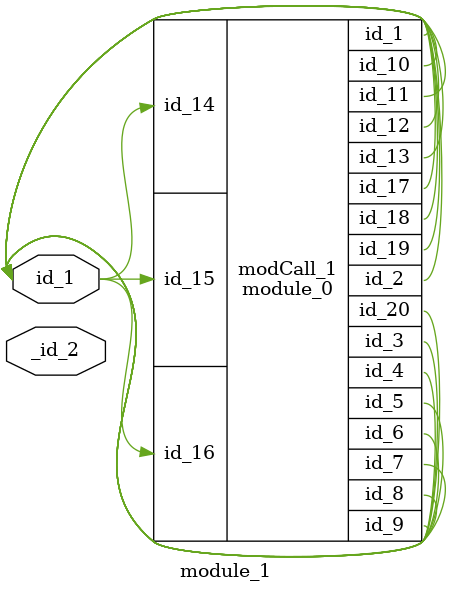
<source format=v>
module module_0 (
    id_1,
    id_2,
    id_3,
    id_4,
    id_5,
    id_6,
    id_7,
    id_8,
    id_9,
    id_10,
    id_11,
    id_12,
    id_13,
    id_14,
    id_15,
    id_16,
    id_17,
    id_18,
    id_19,
    id_20
);
  output wire id_20;
  inout wire id_19;
  output wire id_18;
  inout wire id_17;
  input wire id_16;
  input wire id_15;
  input wire id_14;
  output wire id_13;
  output wire id_12;
  output wire id_11;
  output wire id_10;
  output wire id_9;
  output wire id_8;
  output wire id_7;
  inout wire id_6;
  output wire id_5;
  output wire id_4;
  output wire id_3;
  output wire id_2;
  output wire id_1;
  wire id_21;
endmodule
module module_1 #(
    parameter id_2 = 32'd67
) (
    id_1,
    _id_2
);
  inout wire _id_2;
  inout wire id_1;
  module_0 modCall_1 (
      id_1,
      id_1,
      id_1,
      id_1,
      id_1,
      id_1,
      id_1,
      id_1,
      id_1,
      id_1,
      id_1,
      id_1,
      id_1,
      id_1,
      id_1,
      id_1,
      id_1,
      id_1,
      id_1,
      id_1
  );
  wire  [  1  :  id_2  ]  id_3  ,  id_4  ,  id_5  ,  id_6  ,  id_7  ,  id_8  ,  id_9  ,  id_10  ,  id_11  ,  id_12  ,  id_13  ,  id_14  ,  id_15  ,  id_16  ,  id_17  ,  id_18  ,  id_19  ,  id_20  ,  id_21  ,  id_22  ,  id_23  ,  id_24  ,  id_25  ,  id_26  ,  id_27  ,  id_28  ,  id_29  ,  id_30  ,  id_31  ,  id_32  ,  id_33  ,  id_34  ,  id_35  ,  id_36  ,  id_37  ,  id_38  ,  id_39  ,  id_40  ,  id_41  ,  id_42  ,  id_43  ,  id_44  ,  id_45  ,  id_46  ,  id_47  ,  id_48  ,  id_49  ,  id_50  ,  id_51  ,  id_52  ,  id_53  ,  id_54  ,  id_55  ,  \id_56  ,  id_57  ,  id_58  ,  id_59  ,  id_60  ,  id_61  ,  id_62  ,  id_63  ,  id_64  ,  id_65  ,  id_66  ,  id_67  ,  id_68  ,  id_69  ,  id_70  ,  id_71  ,  id_72  ,  id_73  ;
endmodule

</source>
